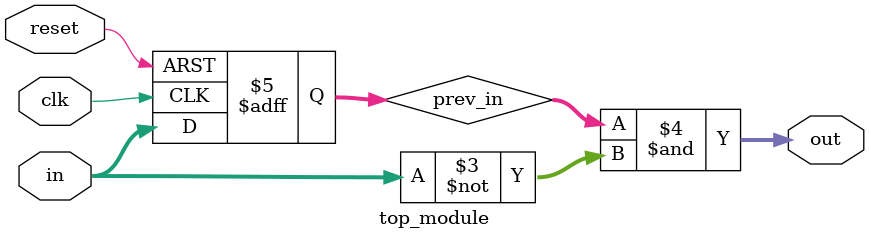
<source format=sv>
module top_module(
    input clk,
    input reset,
    input [31:0] in,
    output reg [31:0] out);
    
    reg [31:0] prev_in;
    
    always @(posedge clk or posedge reset) begin
        if (reset)
            prev_in <= 0;
        else
            prev_in <= in;
    end
    
    always @* begin
        out = prev_in & ~in;
    end
    
endmodule

</source>
